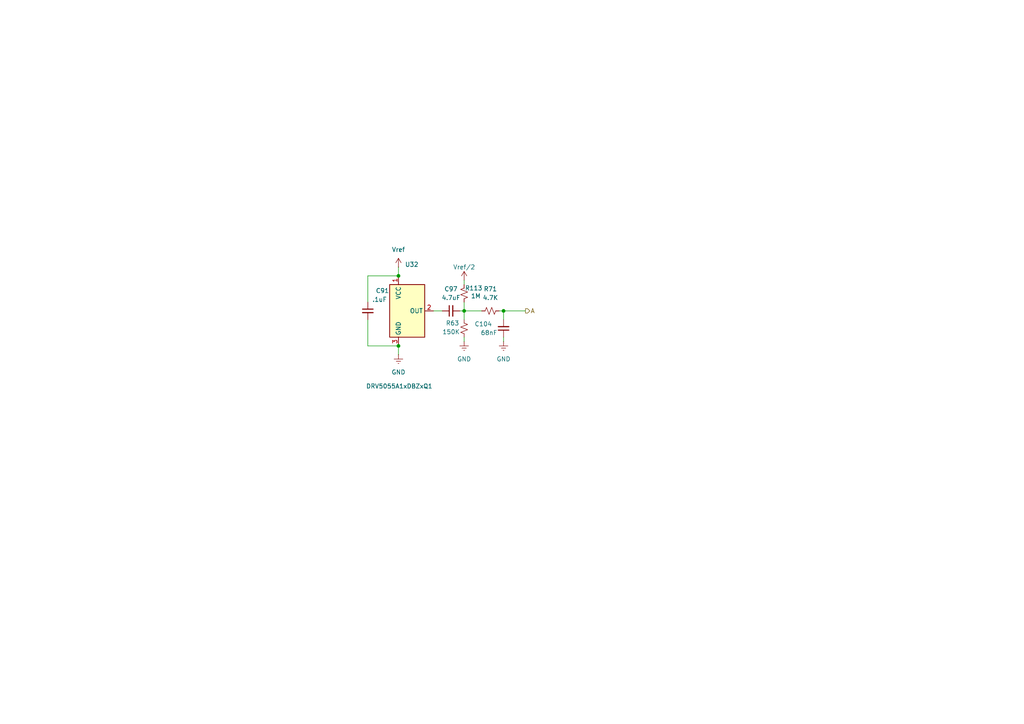
<source format=kicad_sch>
(kicad_sch (version 20250114) (generator "eeschema") (generator_version "9.0")
  (paper "A4")
  (lib_symbols
    (symbol "Device:C_Small" (pin_numbers (hide yes)) (pin_names (offset 0.254) (hide yes))
      (property "Reference" "C" (at 0.254 1.778 0))
      (property "Value" "C_Small" (at 0.254 -2.032 0))
      (symbol "C_Small_0_1"
        (polyline (pts (xy -1.524 0.508) (xy 1.524 0.508)) (stroke (width 0.3048)))
        (polyline (pts (xy -1.524 -0.508) (xy 1.524 -0.508)) (stroke (width 0.3302)))
      )
      (symbol "C_Small_1_1"
        (pin passive line (at 0 2.54 270) (length 2.032) (name "~") (number "1"))
        (pin passive line (at 0 -2.54 90) (length 2.032) (name "~") (number "2"))
      )
    )
    (symbol "Device:R_Small_US" (pin_numbers (hide yes)) (pin_names (offset 0.254) (hide yes))
      (property "Reference" "R" (at 0.762 0.508 0))
      (property "Value" "R_Small_US" (at 0.762 -1.016 0))
      (symbol "R_Small_US_1_1"
        (polyline (pts (xy 0 1.524) (xy 1.016 1.143) (xy 0 0.762) (xy -1.016 0.381) (xy 0 0)))
        (polyline (pts (xy 0 0) (xy 1.016 -0.381) (xy 0 -0.762) (xy -1.016 -1.143) (xy 0 -1.524)))
        (pin passive line (at 0 2.54 270) (length 1.016) (name "~") (number "1"))
        (pin passive line (at 0 -2.54 90) (length 1.016) (name "~") (number "2"))
      )
    )
    (symbol "Sensor_Magnetic:DRV5055A1xDBZxQ1"
      (property "Reference" "U" (at 2.54 12.7 0))
      (property "Value" "DRV5055A1xDBZxQ1" (at 2.54 10.16 0))
      (symbol "DRV5055A1xDBZxQ1_1_1"
        (rectangle (start -5.08 7.62) (end 5.08 -7.62) (stroke (width 0.254)) (fill (type background)))
        (pin power_in line (at -2.54 10.16 270) (length 2.54) (name "VCC") (number "1"))
        (pin power_in line (at -2.54 -10.16 90) (length 2.54) (name "GND") (number "3"))
        (pin output line (at 7.62 0 180) (length 2.54) (name "OUT") (number "2"))
      )
    )
    (symbol "power:Earth" (power) (pin_numbers (hide yes)) (pin_names (offset 0) (hide yes))
      (property "Value" "Earth" (at 0 -3.81 0))
      (symbol "Earth_0_1"
        (polyline (pts (xy -0.635 -1.905) (xy 0.635 -1.905)))
        (polyline (pts (xy -0.127 -2.54) (xy 0.127 -2.54)))
        (polyline (pts (xy 0 -1.27) (xy 0 0)))
        (polyline (pts (xy 1.27 -1.27) (xy -1.27 -1.27)))
      )
      (symbol "Earth_1_1"
        (pin power_in line (at 0 0 270) (length 0) (name "~") (number "1"))
      )
    )
    (symbol "power:VCC" (power) (pin_numbers (hide yes)) (pin_names (offset 0) (hide yes))
      (property "Value" "VCC" (at 0 3.556 0))
      (symbol "VCC_0_1"
        (polyline (pts (xy -0.762 1.27) (xy 0 2.54)))
        (polyline (pts (xy 0 2.54) (xy 0.762 1.27)))
        (polyline (pts (xy 0 0) (xy 0 2.54)))
      )
      (symbol "VCC_1_1"
        (pin power_in line (at 0 0 90) (length 0) (name "~") (number "1"))
      )
    )
  )
  (junction (at 115.57 100.33))
  (junction (at 134.62 90.17))
  (junction (at 115.57 80.01))
  (junction (at 146.05 90.17))
  (wire (pts (xy 146.05 90.17) (xy 152.4 90.17)))
  (wire (pts (xy 146.05 90.17) (xy 146.05 92.71)))
  (wire (pts (xy 134.62 90.17) (xy 134.62 92.71)))
  (wire (pts (xy 106.68 100.33) (xy 115.57 100.33)))
  (wire (pts (xy 106.68 80.01) (xy 106.68 87.63)))
  (wire (pts (xy 106.68 92.71) (xy 106.68 100.33)))
  (wire (pts (xy 133.35 90.17) (xy 134.62 90.17)))
  (wire (pts (xy 115.57 80.01) (xy 106.68 80.01)))
  (wire (pts (xy 134.62 97.79) (xy 134.62 99.06)))
  (wire (pts (xy 115.57 77.47) (xy 115.57 80.01)))
  (wire (pts (xy 115.57 100.33) (xy 115.57 102.87)))
  (wire (pts (xy 134.62 87.63) (xy 134.62 90.17)))
  (wire (pts (xy 134.62 90.17) (xy 139.7 90.17)))
  (wire (pts (xy 144.78 90.17) (xy 146.05 90.17)))
  (wire (pts (xy 134.62 81.28) (xy 134.62 82.55)))
  (wire (pts (xy 125.73 90.17) (xy 128.27 90.17)))
  (wire (pts (xy 146.05 97.79) (xy 146.05 99.06)))
  (hierarchical_label "A" (shape output) (at 152.4 90.17 0))
  (symbol (lib_id "power:Earth") (at 146.05 99.06 0) (unit 1)
    (property "Reference" "#PWR090" (effects (hide yes)))
    (property "Value" "GND" (at 146.05 104.14 0))
    (property "Description" "Power symbol creates a global label with name \"Earth\"" (effects (hide yes)))
    (instances (project "Array" (path "" (reference "#PWR0200") (unit 1)) (path "" (reference "#PWR0170") (unit 1)) (path "" (reference "#PWR096") (unit 1)) (path "" (reference "#PWR0201") (unit 1)) (path "" (reference "#PWR0123") (unit 1)) (path "" (reference "#PWR0142") (unit 1)) (path "" (reference "#PWR0110") (unit 1)) (path "" (reference "#PWR0107") (unit 1)) (path "" (reference "#PWR0141") (unit 1)) (path "" (reference "#PWR0119") (unit 1)) (path "" (reference "#PWR0122") (unit 1)) (path "" (reference "#PWR0139") (unit 1)) (path "" (reference "#PWR0121") (unit 1)) (path "" (reference "#PWR0109") (unit 1)) (path "" (reference "#PWR0171") (unit 1)) (path "" (reference "#PWR0144") (unit 1)) (path "" (reference "#PWR0111") (unit 1)) (path "" (reference "#PWR0140") (unit 1)) (path "" (reference "#PWR090") (unit 1)) (path "" (reference "#PWR0108") (unit 1)) (path "" (reference "#PWR0202") (unit 1)) (path "" (reference "#PWR0199") (unit 1)) (path "" (reference "#PWR0173") (unit 1)) (path "" (reference "#PWR0172") (unit 1)) (path "" (reference "#PWR0124") (unit 1)) (path "" (reference "#PWR0100") (unit 1)) (path "" (reference "#PWR0120") (unit 1)) (path "" (reference "#PWR0203") (unit 1)) (path "" (reference "#PWR0143") (unit 1)) (path "" (reference "#PWR0174") (unit 1)) (path "" (reference "#PWR098") (unit 1)) (path "" (reference "#PWR0169") (unit 1)) (path "" (reference "#PWR0204") (unit 1)) (path "" (reference "#PWR094") (unit 1)) (path "" (reference "#PWR092") (unit 1)) (path "" (reference "#PWR0112") (unit 1))))
  )
  (symbol (lib_id "power:Earth") (at 115.57 102.87 0) (unit 1)
    (property "Reference" "#PWR026" (effects (hide yes)))
    (property "Value" "GND" (at 115.57 107.95 0))
    (property "Description" "Power symbol creates a global label with name \"Earth\"" (effects (hide yes)))
    (instances (project "Array" (path "" (reference "#PWR0182") (unit 1)) (path "" (reference "#PWR0152") (unit 1)) (path "" (reference "#PWR035") (unit 1)) (path "" (reference "#PWR0183") (unit 1)) (path "" (reference "#PWR071") (unit 1)) (path "" (reference "#PWR088") (unit 1)) (path "" (reference "#PWR052") (unit 1)) (path "" (reference "#PWR049") (unit 1)) (path "" (reference "#PWR087") (unit 1)) (path "" (reference "#PWR067") (unit 1)) (path "" (reference "#PWR070") (unit 1)) (path "" (reference "#PWR085") (unit 1)) (path "" (reference "#PWR069") (unit 1)) (path "" (reference "#PWR051") (unit 1)) (path "" (reference "#PWR0153") (unit 1)) (path "" (reference "#PWR0126") (unit 1)) (path "" (reference "#PWR053") (unit 1)) (path "" (reference "#PWR086") (unit 1)) (path "" (reference "#PWR026") (unit 1)) (path "" (reference "#PWR050") (unit 1)) (path "" (reference "#PWR0184") (unit 1)) (path "" (reference "#PWR0181") (unit 1)) (path "" (reference "#PWR0155") (unit 1)) (path "" (reference "#PWR0154") (unit 1)) (path "" (reference "#PWR072") (unit 1)) (path "" (reference "#PWR041") (unit 1)) (path "" (reference "#PWR068") (unit 1)) (path "" (reference "#PWR0185") (unit 1)) (path "" (reference "#PWR0125") (unit 1)) (path "" (reference "#PWR0156") (unit 1)) (path "" (reference "#PWR038") (unit 1)) (path "" (reference "#PWR0151") (unit 1)) (path "" (reference "#PWR0186") (unit 1)) (path "" (reference "#PWR032") (unit 1)) (path "" (reference "#PWR029") (unit 1)) (path "" (reference "#PWR054") (unit 1))))
  )
  (symbol (lib_id "Device:C_Small") (at 106.68 90.17 0) (unit 1)
    (property "Reference" "C1" (at 108.966 84.328 0) (effects (justify left)))
    (property "Value" ".1uF" (at 107.95 86.868 0) (effects (justify left)))
    (property "Footprint" "Capacitor_SMD:C_0603_1608Metric" (effects (hide yes)))
    (property "Description" "Unpolarized capacitor, small symbol" (effects (hide yes)))
    (instances (project "Array" (path "" (reference "C91") (unit 1)) (path "" (reference "C73") (unit 1)) (path "" (reference "C10") (unit 1)) (path "" (reference "C93") (unit 1)) (path "" (reference "C41") (unit 1)) (path "" (reference "C58") (unit 1)) (path "" (reference "C22") (unit 1)) (path "" (reference "C20") (unit 1)) (path "" (reference "C57") (unit 1)) (path "" (reference "C38") (unit 1)) (path "" (reference "C40") (unit 1)) (path "" (reference "C56") (unit 1)) (path "" (reference "C39") (unit 1)) (path "" (reference "C21") (unit 1)) (path "" (reference "C75") (unit 1)) (path "" (reference "C60") (unit 1)) (path "" (reference "C23") (unit 1)) (path "" (reference "C55") (unit 1)) (path "" (reference "C1") (unit 1)) (path "" (reference "C19") (unit 1)) (path "" (reference "C94") (unit 1)) (path "" (reference "C92") (unit 1)) (path "" (reference "C77") (unit 1)) (path "" (reference "C76") (unit 1)) (path "" (reference "C42") (unit 1)) (path "" (reference "C16") (unit 1)) (path "" (reference "C37") (unit 1)) (path "" (reference "C95") (unit 1)) (path "" (reference "C59") (unit 1)) (path "" (reference "C78") (unit 1)) (path "" (reference "C13") (unit 1)) (path "" (reference "C74") (unit 1)) (path "" (reference "C96") (unit 1)) (path "" (reference "C7") (unit 1)) (path "" (reference "C4") (unit 1)) (path "" (reference "C24") (unit 1))))
  )
  (symbol (lib_id "Sensor_Magnetic:DRV5055A1xDBZxQ1") (at 118.11 90.17 0) (unit 1)
    (property "Reference" "U1" (at 121.412 76.708 0) (effects (justify right)))
    (property "Value" "DRV5055A1xDBZxQ1" (at 125.476 112.014 0) (effects (justify right)))
    (property "Footprint" "Package_TO_SOT_SMD:SOT-23" (effects (hide yes)))
    (property "Datasheet" "https://www.ti.com/lit/ds/symlink/drv5055-q1.pdf" (effects (hide yes)))
    (property "Description" "100 mV/mT,±21-mT, 20-kHz, 3.3/5V, SOT-23" (effects (hide yes)))
    (instances (project "Array" (path "" (reference "U32") (unit 1)) (path "" (reference "U26") (unit 1)) (path "" (reference "U4") (unit 1)) (path "" (reference "U33") (unit 1)) (path "" (reference "U17") (unit 1)) (path "" (reference "U22") (unit 1)) (path "" (reference "U10") (unit 1)) (path "" (reference "U7") (unit 1)) (path "" (reference "U21") (unit 1)) (path "" (reference "U13") (unit 1)) (path "" (reference "U16") (unit 1)) (path "" (reference "U19") (unit 1)) (path "" (reference "U15") (unit 1)) (path "" (reference "U9") (unit 1)) (path "" (reference "U27") (unit 1)) (path "" (reference "U24") (unit 1)) (path "" (reference "U11") (unit 1)) (path "" (reference "U20") (unit 1)) (path "" (reference "U1") (unit 1)) (path "" (reference "U8") (unit 1)) (path "" (reference "U34") (unit 1)) (path "" (reference "U31") (unit 1)) (path "" (reference "U29") (unit 1)) (path "" (reference "U28") (unit 1)) (path "" (reference "U18") (unit 1)) (path "" (reference "U6") (unit 1)) (path "" (reference "U14") (unit 1)) (path "" (reference "U35") (unit 1)) (path "" (reference "U23") (unit 1)) (path "" (reference "U30") (unit 1)) (path "" (reference "U5") (unit 1)) (path "" (reference "U25") (unit 1)) (path "" (reference "U36") (unit 1)) (path "" (reference "U3") (unit 1)) (path "" (reference "U2") (unit 1)) (path "" (reference "U12") (unit 1))))
  )
  (symbol (lib_id "Device:R_Small_US") (at 142.24 90.17 90) (unit 1)
    (property "Reference" "R1" (at 142.24 83.82 90))
    (property "Value" "4.7K" (at 142.24 86.36 90))
    (property "Footprint" "Resistor_SMD:R_0603_1608Metric" (effects (hide yes)))
    (property "Description" "Resistor, small US symbol" (effects (hide yes)))
    (instances (project "Array" (path "" (reference "R71") (unit 1)) (path "" (reference "R59") (unit 1)) (path "" (reference "R8") (unit 1)) (path "" (reference "R69") (unit 1)) (path "" (reference "R34") (unit 1)) (path "" (reference "R44") (unit 1)) (path "" (reference "R20") (unit 1)) (path "" (reference "R19") (unit 1)) (path "" (reference "R45") (unit 1)) (path "" (reference "R31") (unit 1)) (path "" (reference "R32") (unit 1)) (path "" (reference "R43") (unit 1)) (path "" (reference "R33") (unit 1)) (path "" (reference "R21") (unit 1)) (path "" (reference "R57") (unit 1)) (path "" (reference "R48") (unit 1)) (path "" (reference "R22") (unit 1)) (path "" (reference "R47") (unit 1)) (path "" (reference "R1") (unit 1)) (path "" (reference "R23") (unit 1)) (path "" (reference "R68") (unit 1)) (path "" (reference "R67") (unit 1)) (path "" (reference "R58") (unit 1)) (path "" (reference "R56") (unit 1)) (path "" (reference "R36") (unit 1)) (path "" (reference "R12") (unit 1)) (path "" (reference "R35") (unit 1)) (path "" (reference "R70") (unit 1)) (path "" (reference "R46") (unit 1)) (path "" (reference "R60") (unit 1)) (path "" (reference "R10") (unit 1)) (path "" (reference "R55") (unit 1)) (path "" (reference "R72") (unit 1)) (path "" (reference "R6") (unit 1)) (path "" (reference "R4") (unit 1)) (path "" (reference "R24") (unit 1))))
  )
  (symbol (lib_id "power:VCC") (at 134.62 81.28 0) (unit 1)
    (property "Reference" "#PWR027" (effects (hide yes)))
    (property "Value" "Vref/2" (at 134.62 77.47 0))
    (property "Description" "Power symbol creates a global label with name \"VCC\"" (effects (hide yes)))
    (instances (project "Array" (path "" (reference "#PWR0190") (unit 1)) (path "" (reference "#PWR0160") (unit 1)) (path "" (reference "#PWR036") (unit 1)) (path "" (reference "#PWR0188") (unit 1)) (path "" (reference "#PWR073") (unit 1)) (path "" (reference "#PWR0129") (unit 1)) (path "" (reference "#PWR057") (unit 1)) (path "" (reference "#PWR059") (unit 1)) (path "" (reference "#PWR0128") (unit 1)) (path "" (reference "#PWR077") (unit 1)) (path "" (reference "#PWR075") (unit 1)) (path "" (reference "#PWR0131") (unit 1)) (path "" (reference "#PWR074") (unit 1)) (path "" (reference "#PWR056") (unit 1)) (path "" (reference "#PWR0158") (unit 1)) (path "" (reference "#PWR0132") (unit 1)) (path "" (reference "#PWR055") (unit 1)) (path "" (reference "#PWR0130") (unit 1)) (path "" (reference "#PWR027") (unit 1)) (path "" (reference "#PWR058") (unit 1)) (path "" (reference "#PWR0189") (unit 1)) (path "" (reference "#PWR0191") (unit 1)) (path "" (reference "#PWR0157") (unit 1)) (path "" (reference "#PWR0159") (unit 1)) (path "" (reference "#PWR078") (unit 1)) (path "" (reference "#PWR042") (unit 1)) (path "" (reference "#PWR076") (unit 1)) (path "" (reference "#PWR0187") (unit 1)) (path "" (reference "#PWR0127") (unit 1)) (path "" (reference "#PWR0162") (unit 1)) (path "" (reference "#PWR039") (unit 1)) (path "" (reference "#PWR0161") (unit 1)) (path "" (reference "#PWR0192") (unit 1)) (path "" (reference "#PWR033") (unit 1)) (path "" (reference "#PWR030") (unit 1)) (path "" (reference "#PWR060") (unit 1))))
  )
  (symbol (lib_id "Device:C_Small") (at 146.05 95.25 0) (mirror x) (unit 1)
    (property "Reference" "C3" (at 142.748 93.98 0) (effects (justify right)))
    (property "Value" "68nF" (at 144.272 96.52 0) (effects (justify right)))
    (property "Footprint" "Capacitor_SMD:C_0603_1608Metric" (effects (hide yes)))
    (property "Description" "Unpolarized capacitor, small symbol" (effects (hide yes)))
    (instances (project "Array" (path "" (reference "C104") (unit 1)) (path "" (reference "C86") (unit 1)) (path "" (reference "C12") (unit 1)) (path "" (reference "C105") (unit 1)) (path "" (reference "C53") (unit 1)) (path "" (reference "C70") (unit 1)) (path "" (reference "C34") (unit 1)) (path "" (reference "C31") (unit 1)) (path "" (reference "C69") (unit 1)) (path "" (reference "C49") (unit 1)) (path "" (reference "C52") (unit 1)) (path "" (reference "C67") (unit 1)) (path "" (reference "C51") (unit 1)) (path "" (reference "C33") (unit 1)) (path "" (reference "C87") (unit 1)) (path "" (reference "C72") (unit 1)) (path "" (reference "C35") (unit 1)) (path "" (reference "C68") (unit 1)) (path "" (reference "C3") (unit 1)) (path "" (reference "C32") (unit 1)) (path "" (reference "C106") (unit 1)) (path "" (reference "C103") (unit 1)) (path "" (reference "C89") (unit 1)) (path "" (reference "C88") (unit 1)) (path "" (reference "C54") (unit 1)) (path "" (reference "C18") (unit 1)) (path "" (reference "C50") (unit 1)) (path "" (reference "C107") (unit 1)) (path "" (reference "C71") (unit 1)) (path "" (reference "C90") (unit 1)) (path "" (reference "C15") (unit 1)) (path "" (reference "C85") (unit 1)) (path "" (reference "C108") (unit 1)) (path "" (reference "C9") (unit 1)) (path "" (reference "C6") (unit 1)) (path "" (reference "C36") (unit 1))))
  )
  (symbol (lib_id "Device:R_Small_US") (at 134.62 85.09 0) (mirror y) (unit 1)
    (property "Reference" "R82" (at 139.954 83.566 0) (effects (justify left)))
    (property "Value" "1M" (at 139.446 85.852 0) (effects (justify left)))
    (property "Footprint" "Resistor_SMD:R_0603_1608Metric" (effects (hide yes)))
    (property "Description" "Resistor, small US symbol" (effects (hide yes)))
    (instances (project "Array" (path "" (reference "R113") (unit 1)) (path "" (reference "R107") (unit 1)) (path "" (reference "R85") (unit 1)) (path "" (reference "R114") (unit 1)) (path "" (reference "R98") (unit 1)) (path "" (reference "R103") (unit 1)) (path "" (reference "R91") (unit 1)) (path "" (reference "R88") (unit 1)) (path "" (reference "R102") (unit 1)) (path "" (reference "R94") (unit 1)) (path "" (reference "R97") (unit 1)) (path "" (reference "R100") (unit 1)) (path "" (reference "R96") (unit 1)) (path "" (reference "R90") (unit 1)) (path "" (reference "R108") (unit 1)) (path "" (reference "R105") (unit 1)) (path "" (reference "R92") (unit 1)) (path "" (reference "R101") (unit 1)) (path "" (reference "R82") (unit 1)) (path "" (reference "R89") (unit 1)) (path "" (reference "R115") (unit 1)) (path "" (reference "R112") (unit 1)) (path "" (reference "R110") (unit 1)) (path "" (reference "R109") (unit 1)) (path "" (reference "R99") (unit 1)) (path "" (reference "R87") (unit 1)) (path "" (reference "R95") (unit 1)) (path "" (reference "R116") (unit 1)) (path "" (reference "R104") (unit 1)) (path "" (reference "R111") (unit 1)) (path "" (reference "R86") (unit 1)) (path "" (reference "R106") (unit 1)) (path "" (reference "R117") (unit 1)) (path "" (reference "R84") (unit 1)) (path "" (reference "R83") (unit 1)) (path "" (reference "R93") (unit 1))))
  )
  (symbol (lib_id "power:Earth") (at 134.62 99.06 0) (unit 1)
    (property "Reference" "#PWR089" (effects (hide yes)))
    (property "Value" "GND" (at 134.62 104.14 0))
    (property "Description" "Power symbol creates a global label with name \"Earth\"" (effects (hide yes)))
    (instances (project "Array" (path "" (reference "#PWR0194") (unit 1)) (path "" (reference "#PWR0164") (unit 1)) (path "" (reference "#PWR095") (unit 1)) (path "" (reference "#PWR0195") (unit 1)) (path "" (reference "#PWR0117") (unit 1)) (path "" (reference "#PWR0136") (unit 1)) (path "" (reference "#PWR0104") (unit 1)) (path "" (reference "#PWR0101") (unit 1)) (path "" (reference "#PWR0135") (unit 1)) (path "" (reference "#PWR0113") (unit 1)) (path "" (reference "#PWR0116") (unit 1)) (path "" (reference "#PWR0133") (unit 1)) (path "" (reference "#PWR0115") (unit 1)) (path "" (reference "#PWR0103") (unit 1)) (path "" (reference "#PWR0165") (unit 1)) (path "" (reference "#PWR0138") (unit 1)) (path "" (reference "#PWR0105") (unit 1)) (path "" (reference "#PWR0134") (unit 1)) (path "" (reference "#PWR089") (unit 1)) (path "" (reference "#PWR0102") (unit 1)) (path "" (reference "#PWR0196") (unit 1)) (path "" (reference "#PWR0193") (unit 1)) (path "" (reference "#PWR0167") (unit 1)) (path "" (reference "#PWR0166") (unit 1)) (path "" (reference "#PWR0118") (unit 1)) (path "" (reference "#PWR099") (unit 1)) (path "" (reference "#PWR0114") (unit 1)) (path "" (reference "#PWR0197") (unit 1)) (path "" (reference "#PWR0137") (unit 1)) (path "" (reference "#PWR0168") (unit 1)) (path "" (reference "#PWR097") (unit 1)) (path "" (reference "#PWR0163") (unit 1)) (path "" (reference "#PWR0198") (unit 1)) (path "" (reference "#PWR093") (unit 1)) (path "" (reference "#PWR091") (unit 1)) (path "" (reference "#PWR0106") (unit 1))))
  )
  (symbol (lib_id "power:VCC") (at 115.57 77.47 0) (unit 1)
    (property "Reference" "#PWR025" (effects (hide yes)))
    (property "Value" "Vref" (at 115.57 72.39 0))
    (property "Description" "Power symbol creates a global label with name \"VCC\"" (effects (hide yes)))
    (instances (project "Array" (path "" (reference "#PWR0176") (unit 1)) (path "" (reference "#PWR0146") (unit 1)) (path "" (reference "#PWR034") (unit 1)) (path "" (reference "#PWR0177") (unit 1)) (path "" (reference "#PWR065") (unit 1)) (path "" (reference "#PWR082") (unit 1)) (path "" (reference "#PWR046") (unit 1)) (path "" (reference "#PWR043") (unit 1)) (path "" (reference "#PWR081") (unit 1)) (path "" (reference "#PWR061") (unit 1)) (path "" (reference "#PWR064") (unit 1)) (path "" (reference "#PWR079") (unit 1)) (path "" (reference "#PWR063") (unit 1)) (path "" (reference "#PWR045") (unit 1)) (path "" (reference "#PWR0147") (unit 1)) (path "" (reference "#PWR084") (unit 1)) (path "" (reference "#PWR047") (unit 1)) (path "" (reference "#PWR080") (unit 1)) (path "" (reference "#PWR025") (unit 1)) (path "" (reference "#PWR044") (unit 1)) (path "" (reference "#PWR0178") (unit 1)) (path "" (reference "#PWR0175") (unit 1)) (path "" (reference "#PWR0149") (unit 1)) (path "" (reference "#PWR0148") (unit 1)) (path "" (reference "#PWR066") (unit 1)) (path "" (reference "#PWR040") (unit 1)) (path "" (reference "#PWR062") (unit 1)) (path "" (reference "#PWR0179") (unit 1)) (path "" (reference "#PWR083") (unit 1)) (path "" (reference "#PWR0150") (unit 1)) (path "" (reference "#PWR037") (unit 1)) (path "" (reference "#PWR0145") (unit 1)) (path "" (reference "#PWR0180") (unit 1)) (path "" (reference "#PWR031") (unit 1)) (path "" (reference "#PWR028") (unit 1)) (path "" (reference "#PWR048") (unit 1))))
  )
  (symbol (lib_id "Device:C_Small") (at 130.81 90.17 90) (unit 1)
    (property "Reference" "C2" (at 130.81 83.82 90))
    (property "Value" "4.7uF" (at 130.81 86.36 90))
    (property "Footprint" "Capacitor_SMD:C_0603_1608Metric" (effects (hide yes)))
    (property "Description" "Unpolarized capacitor, small symbol" (effects (hide yes)))
    (instances (project "Array" (path "" (reference "C97") (unit 1)) (path "" (reference "C79") (unit 1)) (path "" (reference "C11") (unit 1)) (path "" (reference "C98") (unit 1)) (path "" (reference "C46") (unit 1)) (path "" (reference "C63") (unit 1)) (path "" (reference "C27") (unit 1)) (path "" (reference "C30") (unit 1)) (path "" (reference "C62") (unit 1)) (path "" (reference "C48") (unit 1)) (path "" (reference "C45") (unit 1)) (path "" (reference "C66") (unit 1)) (path "" (reference "C44") (unit 1)) (path "" (reference "C26") (unit 1)) (path "" (reference "C80") (unit 1)) (path "" (reference "C65") (unit 1)) (path "" (reference "C28") (unit 1)) (path "" (reference "C61") (unit 1)) (path "" (reference "C2") (unit 1)) (path "" (reference "C25") (unit 1)) (path "" (reference "C99") (unit 1)) (path "" (reference "C102") (unit 1)) (path "" (reference "C82") (unit 1)) (path "" (reference "C81") (unit 1)) (path "" (reference "C47") (unit 1)) (path "" (reference "C17") (unit 1)) (path "" (reference "C43") (unit 1)) (path "" (reference "C100") (unit 1)) (path "" (reference "C64") (unit 1)) (path "" (reference "C83") (unit 1)) (path "" (reference "C14") (unit 1)) (path "" (reference "C84") (unit 1)) (path "" (reference "C101") (unit 1)) (path "" (reference "C8") (unit 1)) (path "" (reference "C5") (unit 1)) (path "" (reference "C29") (unit 1))))
  )
  (symbol (lib_id "Device:R_Small_US") (at 134.62 95.25 0) (unit 1)
    (property "Reference" "R2" (at 129.286 93.726 0) (effects (justify left)))
    (property "Value" "150K" (at 128.27 96.266 0) (effects (justify left)))
    (property "Footprint" "Resistor_SMD:R_0603_1608Metric" (effects (hide yes)))
    (property "Description" "Resistor, small US symbol" (effects (hide yes)))
    (instances (project "Array" (path "" (reference "R63") (unit 1)) (path "" (reference "R51") (unit 1)) (path "" (reference "R7") (unit 1)) (path "" (reference "R65") (unit 1)) (path "" (reference "R30") (unit 1)) (path "" (reference "R37") (unit 1)) (path "" (reference "R13") (unit 1)) (path "" (reference "R14") (unit 1)) (path "" (reference "R41") (unit 1)) (path "" (reference "R26") (unit 1)) (path "" (reference "R25") (unit 1)) (path "" (reference "R38") (unit 1)) (path "" (reference "R29") (unit 1)) (path "" (reference "R17") (unit 1)) (path "" (reference "R53") (unit 1)) (path "" (reference "R40") (unit 1)) (path "" (reference "R18") (unit 1)) (path "" (reference "R39") (unit 1)) (path "" (reference "R2") (unit 1)) (path "" (reference "R15") (unit 1)) (path "" (reference "R61") (unit 1)) (path "" (reference "R62") (unit 1)) (path "" (reference "R54") (unit 1)) (path "" (reference "R49") (unit 1)) (path "" (reference "R28") (unit 1)) (path "" (reference "R11") (unit 1)) (path "" (reference "R27") (unit 1)) (path "" (reference "R66") (unit 1)) (path "" (reference "R42") (unit 1)) (path "" (reference "R52") (unit 1)) (path "" (reference "R9") (unit 1)) (path "" (reference "R50") (unit 1)) (path "" (reference "R64") (unit 1)) (path "" (reference "R5") (unit 1)) (path "" (reference "R3") (unit 1)) (path "" (reference "R16") (unit 1))))
  )
)
</source>
